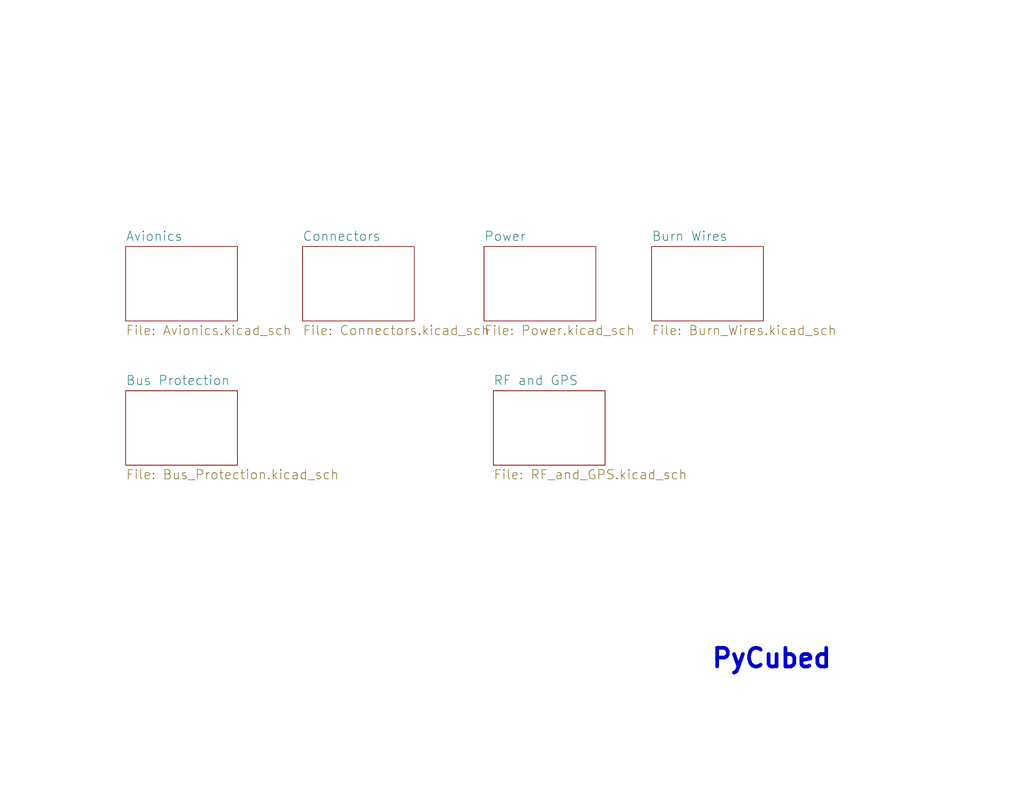
<source format=kicad_sch>
(kicad_sch
	(version 20231120)
	(generator "eeschema")
	(generator_version "8.0")
	(uuid "e3ac22ea-6806-4807-a025-571315789c25")
	(paper "USLetter")
	(title_block
		(title "PyCubed Mainboard")
		(date "2021-06-09")
		(rev "v05c")
		(company "Max Holliday")
	)
	(lib_symbols)
	(text "PyCubed"
		(exclude_from_sim no)
		(at 193.802 182.88 0)
		(effects
			(font
				(size 5.08 5.08)
				(thickness 1.016)
				(bold yes)
			)
			(justify left bottom)
		)
		(uuid "bb481b88-6a27-4ce9-8192-e725b3076a37")
	)
	(sheet
		(at 34.29 67.31)
		(size 30.48 20.32)
		(fields_autoplaced yes)
		(stroke
			(width 0)
			(type solid)
		)
		(fill
			(color 0 0 0 0.0000)
		)
		(uuid "00000000-0000-0000-0000-00005cec5a72")
		(property "Sheetname" "Avionics"
			(at 34.29 65.9634 0)
			(effects
				(font
					(size 2.54 2.54)
				)
				(justify left bottom)
			)
		)
		(property "Sheetfile" "Avionics.kicad_sch"
			(at 34.29 88.7226 0)
			(effects
				(font
					(size 2.54 2.54)
				)
				(justify left top)
			)
		)
		(instances
			(project "mainboard"
				(path "/e3ac22ea-6806-4807-a025-571315789c25"
					(page "2")
				)
			)
		)
	)
	(sheet
		(at 132.08 67.31)
		(size 30.48 20.32)
		(fields_autoplaced yes)
		(stroke
			(width 0)
			(type solid)
		)
		(fill
			(color 0 0 0 0.0000)
		)
		(uuid "00000000-0000-0000-0000-00005cec5dde")
		(property "Sheetname" "Power"
			(at 132.08 65.9634 0)
			(effects
				(font
					(size 2.54 2.54)
				)
				(justify left bottom)
			)
		)
		(property "Sheetfile" "Power.kicad_sch"
			(at 132.08 88.7226 0)
			(effects
				(font
					(size 2.54 2.54)
				)
				(justify left top)
			)
		)
		(instances
			(project "mainboard"
				(path "/e3ac22ea-6806-4807-a025-571315789c25"
					(page "5")
				)
			)
		)
	)
	(sheet
		(at 82.55 67.31)
		(size 30.48 20.32)
		(fields_autoplaced yes)
		(stroke
			(width 0)
			(type solid)
		)
		(fill
			(color 0 0 0 0.0000)
		)
		(uuid "00000000-0000-0000-0000-00005cec60eb")
		(property "Sheetname" "Connectors"
			(at 82.55 65.9634 0)
			(effects
				(font
					(size 2.54 2.54)
				)
				(justify left bottom)
			)
		)
		(property "Sheetfile" "Connectors.kicad_sch"
			(at 82.55 88.7226 0)
			(effects
				(font
					(size 2.54 2.54)
				)
				(justify left top)
			)
		)
		(instances
			(project "mainboard"
				(path "/e3ac22ea-6806-4807-a025-571315789c25"
					(page "4")
				)
			)
		)
	)
	(sheet
		(at 134.62 106.68)
		(size 30.48 20.32)
		(fields_autoplaced yes)
		(stroke
			(width 0)
			(type solid)
		)
		(fill
			(color 0 0 0 0.0000)
		)
		(uuid "00000000-0000-0000-0000-00005cec6281")
		(property "Sheetname" "RF and GPS"
			(at 134.62 105.3334 0)
			(effects
				(font
					(size 2.54 2.54)
				)
				(justify left bottom)
			)
		)
		(property "Sheetfile" "RF_and_GPS.kicad_sch"
			(at 134.62 128.0926 0)
			(effects
				(font
					(size 2.54 2.54)
				)
				(justify left top)
			)
		)
		(instances
			(project "mainboard"
				(path "/e3ac22ea-6806-4807-a025-571315789c25"
					(page "7")
				)
			)
		)
	)
	(sheet
		(at 177.8 67.31)
		(size 30.48 20.32)
		(fields_autoplaced yes)
		(stroke
			(width 0)
			(type solid)
		)
		(fill
			(color 0 0 0 0.0000)
		)
		(uuid "00000000-0000-0000-0000-00005cec6476")
		(property "Sheetname" "Burn Wires"
			(at 177.8 65.9634 0)
			(effects
				(font
					(size 2.54 2.54)
				)
				(justify left bottom)
			)
		)
		(property "Sheetfile" "Burn_Wires.kicad_sch"
			(at 177.8 88.7226 0)
			(effects
				(font
					(size 2.54 2.54)
				)
				(justify left top)
			)
		)
		(instances
			(project "mainboard"
				(path "/e3ac22ea-6806-4807-a025-571315789c25"
					(page "6")
				)
			)
		)
	)
	(sheet
		(at 34.29 106.68)
		(size 30.48 20.32)
		(fields_autoplaced yes)
		(stroke
			(width 0)
			(type solid)
		)
		(fill
			(color 0 0 0 0.0000)
		)
		(uuid "00000000-0000-0000-0000-00005ede7915")
		(property "Sheetname" "Bus Protection"
			(at 34.29 105.3334 0)
			(effects
				(font
					(size 2.54 2.54)
				)
				(justify left bottom)
			)
		)
		(property "Sheetfile" "Bus_Protection.kicad_sch"
			(at 34.29 128.0926 0)
			(effects
				(font
					(size 2.54 2.54)
				)
				(justify left top)
			)
		)
		(instances
			(project "mainboard"
				(path "/e3ac22ea-6806-4807-a025-571315789c25"
					(page "3")
				)
			)
		)
	)
	(sheet_instances
		(path "/"
			(page "1")
		)
	)
)
</source>
